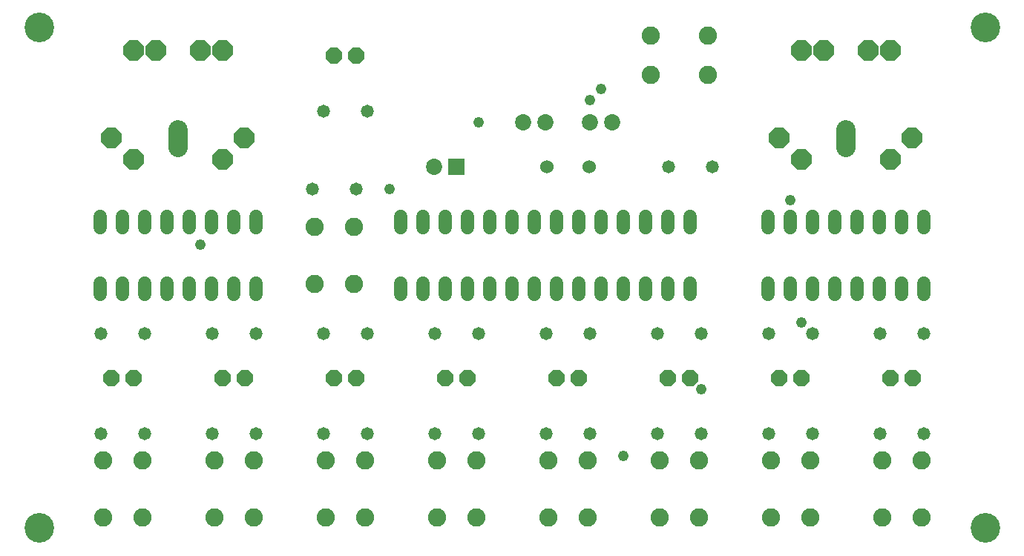
<source format=gts>
G75*
G70*
%OFA0B0*%
%FSLAX24Y24*%
%IPPOS*%
%LPD*%
%AMOC8*
5,1,8,0,0,1.08239X$1,22.5*
%
%ADD10C,0.1330*%
%ADD11C,0.0600*%
%ADD12C,0.0820*%
%ADD13C,0.0580*%
%ADD14C,0.0600*%
%ADD15C,0.0730*%
%ADD16C,0.0860*%
%ADD17OC8,0.0940*%
%ADD18OC8,0.0740*%
%ADD19R,0.0730X0.0730*%
%ADD20C,0.0480*%
D10*
X001351Y001351D03*
X001351Y023851D03*
X043851Y023851D03*
X043851Y001351D03*
D11*
X041101Y011841D02*
X041101Y012361D01*
X040101Y012361D02*
X040101Y011841D01*
X039101Y011841D02*
X039101Y012361D01*
X038101Y012361D02*
X038101Y011841D01*
X037101Y011841D02*
X037101Y012361D01*
X036101Y012361D02*
X036101Y011841D01*
X035101Y011841D02*
X035101Y012361D01*
X034101Y012361D02*
X034101Y011841D01*
X030601Y011841D02*
X030601Y012361D01*
X029601Y012361D02*
X029601Y011841D01*
X028601Y011841D02*
X028601Y012361D01*
X027601Y012361D02*
X027601Y011841D01*
X026601Y011841D02*
X026601Y012361D01*
X025601Y012361D02*
X025601Y011841D01*
X024601Y011841D02*
X024601Y012361D01*
X023601Y012361D02*
X023601Y011841D01*
X022601Y011841D02*
X022601Y012361D01*
X021601Y012361D02*
X021601Y011841D01*
X020601Y011841D02*
X020601Y012361D01*
X019601Y012361D02*
X019601Y011841D01*
X018601Y011841D02*
X018601Y012361D01*
X017601Y012361D02*
X017601Y011841D01*
X017601Y014841D02*
X017601Y015361D01*
X018601Y015361D02*
X018601Y014841D01*
X019601Y014841D02*
X019601Y015361D01*
X020601Y015361D02*
X020601Y014841D01*
X021601Y014841D02*
X021601Y015361D01*
X022601Y015361D02*
X022601Y014841D01*
X023601Y014841D02*
X023601Y015361D01*
X024601Y015361D02*
X024601Y014841D01*
X025601Y014841D02*
X025601Y015361D01*
X026601Y015361D02*
X026601Y014841D01*
X027601Y014841D02*
X027601Y015361D01*
X028601Y015361D02*
X028601Y014841D01*
X029601Y014841D02*
X029601Y015361D01*
X030601Y015361D02*
X030601Y014841D01*
X034101Y014841D02*
X034101Y015361D01*
X035101Y015361D02*
X035101Y014841D01*
X036101Y014841D02*
X036101Y015361D01*
X037101Y015361D02*
X037101Y014841D01*
X038101Y014841D02*
X038101Y015361D01*
X039101Y015361D02*
X039101Y014841D01*
X040101Y014841D02*
X040101Y015361D01*
X041101Y015361D02*
X041101Y014841D01*
X011101Y014841D02*
X011101Y015361D01*
X010101Y015361D02*
X010101Y014841D01*
X009101Y014841D02*
X009101Y015361D01*
X008101Y015361D02*
X008101Y014841D01*
X007101Y014841D02*
X007101Y015361D01*
X006101Y015361D02*
X006101Y014841D01*
X005101Y014841D02*
X005101Y015361D01*
X004101Y015361D02*
X004101Y014841D01*
X004101Y012361D02*
X004101Y011841D01*
X005101Y011841D02*
X005101Y012361D01*
X006101Y012361D02*
X006101Y011841D01*
X007101Y011841D02*
X007101Y012361D01*
X008101Y012361D02*
X008101Y011841D01*
X009101Y011841D02*
X009101Y012361D01*
X010101Y012361D02*
X010101Y011841D01*
X011101Y011841D02*
X011101Y012361D01*
D12*
X013711Y012321D03*
X015491Y012321D03*
X015491Y014881D03*
X013711Y014881D03*
X028821Y021711D03*
X031381Y021711D03*
X031381Y023491D03*
X028821Y023491D03*
X029211Y004381D03*
X030991Y004381D03*
X034211Y004381D03*
X035991Y004381D03*
X039211Y004381D03*
X040991Y004381D03*
X040991Y001821D03*
X039211Y001821D03*
X035991Y001821D03*
X034211Y001821D03*
X030991Y001821D03*
X029211Y001821D03*
X025991Y001821D03*
X024211Y001821D03*
X020991Y001821D03*
X019211Y001821D03*
X015991Y001821D03*
X014211Y001821D03*
X010991Y001821D03*
X009211Y001821D03*
X005991Y001821D03*
X004211Y001821D03*
X004211Y004381D03*
X005991Y004381D03*
X009211Y004381D03*
X010991Y004381D03*
X014211Y004381D03*
X015991Y004381D03*
X019211Y004381D03*
X020991Y004381D03*
X024211Y004381D03*
X025991Y004381D03*
D13*
X026085Y005601D03*
X024117Y005601D03*
X021085Y005601D03*
X019117Y005601D03*
X016085Y005601D03*
X014117Y005601D03*
X011085Y005601D03*
X009117Y005601D03*
X006085Y005601D03*
X004117Y005601D03*
X004117Y010101D03*
X006085Y010101D03*
X009117Y010101D03*
X011085Y010101D03*
X014117Y010101D03*
X016085Y010101D03*
X019117Y010101D03*
X021085Y010101D03*
X024117Y010101D03*
X026085Y010101D03*
X029117Y010101D03*
X031085Y010101D03*
X034117Y010101D03*
X036085Y010101D03*
X039117Y010101D03*
X041085Y010101D03*
X041085Y005601D03*
X039117Y005601D03*
X036085Y005601D03*
X034117Y005601D03*
X031085Y005601D03*
X029117Y005601D03*
X015585Y016601D03*
X013617Y016601D03*
X014117Y020101D03*
X016085Y020101D03*
X029617Y017601D03*
X031585Y017601D03*
D14*
X026051Y017601D03*
X024151Y017601D03*
D15*
X024101Y019601D03*
X023101Y019601D03*
X026101Y019601D03*
X027101Y019601D03*
X019101Y017601D03*
D16*
X007601Y018469D02*
X007601Y019249D01*
X037601Y019249D02*
X037601Y018469D01*
D17*
X039601Y017937D03*
X040561Y018898D03*
X035601Y017937D03*
X034601Y018898D03*
X035601Y022819D03*
X036601Y022819D03*
X038601Y022819D03*
X039601Y022819D03*
X010561Y018898D03*
X009601Y017937D03*
X005601Y017937D03*
X004601Y018898D03*
X005601Y022819D03*
X006601Y022819D03*
X008601Y022819D03*
X009601Y022819D03*
D18*
X014601Y022601D03*
X015601Y022601D03*
X015601Y008101D03*
X014601Y008101D03*
X010601Y008101D03*
X009601Y008101D03*
X005601Y008101D03*
X004601Y008101D03*
X019601Y008101D03*
X020601Y008101D03*
X024601Y008101D03*
X025601Y008101D03*
X029601Y008101D03*
X030601Y008101D03*
X034601Y008101D03*
X035601Y008101D03*
X039601Y008101D03*
X040601Y008101D03*
D19*
X020101Y017601D03*
D20*
X017101Y016601D03*
X021101Y019601D03*
X026101Y020601D03*
X026601Y021101D03*
X035101Y016101D03*
X035601Y010601D03*
X031101Y007601D03*
X027601Y004601D03*
X008601Y014101D03*
M02*

</source>
